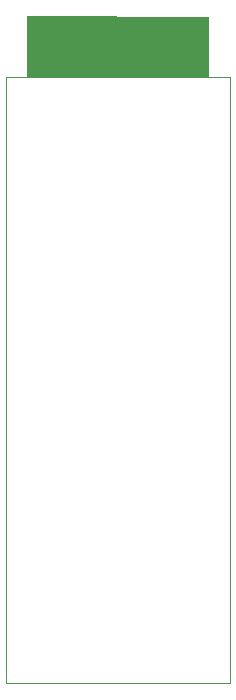
<source format=gbr>
%TF.GenerationSoftware,Altium Limited,Altium Designer,24.6.1 (21)*%
G04 Layer_Color=0*
%FSLAX45Y45*%
%MOMM*%
%TF.SameCoordinates,189501FC-2F9B-42A0-9727-E85274D5E768*%
%TF.FilePolarity,Positive*%
%TF.FileFunction,Profile,NP*%
%TF.Part,Single*%
G01*
G75*
%TA.AperFunction,Profile*%
%ADD100C,0.02540*%
G36*
X155000Y5110000D02*
X1695000D01*
Y5617500D01*
X155000Y5620000D01*
Y5110000D01*
D02*
G37*
D100*
X610000Y5105000D02*
X1235000D01*
X1875000D01*
Y-25000D01*
X-25000D01*
Y5105000D01*
X610000D01*
%TF.MD5,f43dd72329268bf19562320ea7c343ae*%
M02*

</source>
